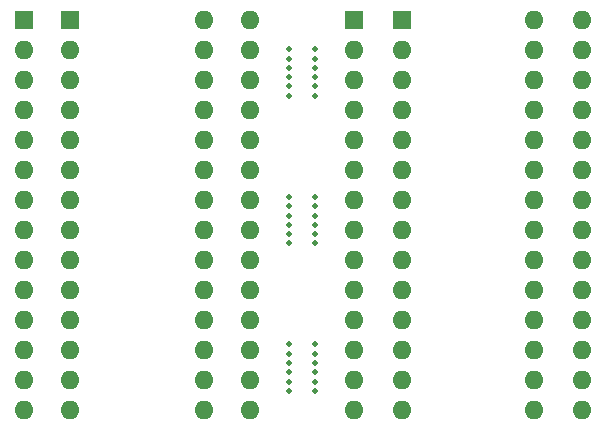
<source format=gbr>
%TF.GenerationSoftware,KiCad,Pcbnew,7.0.1*%
%TF.CreationDate,2023-07-22T01:46:55+03:00*%
%TF.ProjectId,kr556rt2,6b723535-3672-4743-922e-6b696361645f,rev?*%
%TF.SameCoordinates,Original*%
%TF.FileFunction,Soldermask,Bot*%
%TF.FilePolarity,Negative*%
%FSLAX46Y46*%
G04 Gerber Fmt 4.6, Leading zero omitted, Abs format (unit mm)*
G04 Created by KiCad (PCBNEW 7.0.1) date 2023-07-22 01:46:55*
%MOMM*%
%LPD*%
G01*
G04 APERTURE LIST*
%ADD10C,0.500000*%
%ADD11R,1.600000X1.600000*%
%ADD12O,1.600000X1.600000*%
G04 APERTURE END LIST*
D10*
%TO.C,mouse-bite-2.54mm-slot_13*%
X83887446Y-72545800D03*
X86087446Y-72545800D03*
X83887446Y-71745800D03*
X86087446Y-71745800D03*
X83887446Y-70945800D03*
X86087446Y-70945800D03*
%TD*%
%TO.C,mouse-bite-2.54mm-slot_13*%
X83887446Y-70192800D03*
X86087446Y-70192800D03*
X83887446Y-69392800D03*
X86087446Y-69392800D03*
X83887446Y-68592800D03*
X86087446Y-68592800D03*
%TD*%
D11*
%TO.C,U1*%
X61430693Y-41100050D03*
D12*
X61430693Y-43640050D03*
X61430693Y-46180050D03*
X61430693Y-48720050D03*
X61430693Y-51260050D03*
X61430693Y-53800050D03*
X61430693Y-56340050D03*
X61430693Y-58880050D03*
X61430693Y-61420050D03*
X61430693Y-63960050D03*
X61430693Y-66500050D03*
X61430693Y-69040050D03*
X61430693Y-71580050D03*
X61430693Y-74120050D03*
X76670693Y-74120050D03*
X76670693Y-71580050D03*
X76670693Y-69040050D03*
X76670693Y-66500050D03*
X76670693Y-63960050D03*
X76670693Y-61420050D03*
X76670693Y-58880050D03*
X76670693Y-56340050D03*
X76670693Y-53800050D03*
X76670693Y-51260050D03*
X76670693Y-48720050D03*
X76670693Y-46180050D03*
X76670693Y-43640050D03*
X76670693Y-41100050D03*
%TD*%
D11*
%TO.C,U2*%
X65316893Y-41135850D03*
D12*
X65316893Y-43675850D03*
X65316893Y-46215850D03*
X65316893Y-48755850D03*
X65316893Y-51295850D03*
X65316893Y-53835850D03*
X65316893Y-56375850D03*
X65316893Y-58915850D03*
X65316893Y-61455850D03*
X65316893Y-63995850D03*
X65316893Y-66535850D03*
X65316893Y-69075850D03*
X65316893Y-71615850D03*
X65316893Y-74155850D03*
X80556893Y-74155850D03*
X80556893Y-71615850D03*
X80556893Y-69075850D03*
X80556893Y-66535850D03*
X80556893Y-63995850D03*
X80556893Y-61455850D03*
X80556893Y-58915850D03*
X80556893Y-56375850D03*
X80556893Y-53835850D03*
X80556893Y-51295850D03*
X80556893Y-48755850D03*
X80556893Y-46215850D03*
X80556893Y-43675850D03*
X80556893Y-41135850D03*
%TD*%
D11*
%TO.C,U4*%
X93446600Y-41148000D03*
D12*
X93446600Y-43688000D03*
X93446600Y-46228000D03*
X93446600Y-48768000D03*
X93446600Y-51308000D03*
X93446600Y-53848000D03*
X93446600Y-56388000D03*
X93446600Y-58928000D03*
X93446600Y-61468000D03*
X93446600Y-64008000D03*
X93446600Y-66548000D03*
X93446600Y-69088000D03*
X93446600Y-71628000D03*
X93446600Y-74168000D03*
X108686600Y-74168000D03*
X108686600Y-71628000D03*
X108686600Y-69088000D03*
X108686600Y-66548000D03*
X108686600Y-64008000D03*
X108686600Y-61468000D03*
X108686600Y-58928000D03*
X108686600Y-56388000D03*
X108686600Y-53848000D03*
X108686600Y-51308000D03*
X108686600Y-48768000D03*
X108686600Y-46228000D03*
X108686600Y-43688000D03*
X108686600Y-41148000D03*
%TD*%
D10*
%TO.C,mouse-bite-2.54mm-slot_13*%
X83887446Y-60040900D03*
X86087446Y-60040900D03*
X83887446Y-59240900D03*
X86087446Y-59240900D03*
X83887446Y-58440900D03*
X86087446Y-58440900D03*
%TD*%
D11*
%TO.C,U3*%
X89408000Y-41146750D03*
D12*
X89408000Y-43686750D03*
X89408000Y-46226750D03*
X89408000Y-48766750D03*
X89408000Y-51306750D03*
X89408000Y-53846750D03*
X89408000Y-56386750D03*
X89408000Y-58926750D03*
X89408000Y-61466750D03*
X89408000Y-64006750D03*
X89408000Y-66546750D03*
X89408000Y-69086750D03*
X89408000Y-71626750D03*
X89408000Y-74166750D03*
X104648000Y-74166750D03*
X104648000Y-71626750D03*
X104648000Y-69086750D03*
X104648000Y-66546750D03*
X104648000Y-64006750D03*
X104648000Y-61466750D03*
X104648000Y-58926750D03*
X104648000Y-56386750D03*
X104648000Y-53846750D03*
X104648000Y-51306750D03*
X104648000Y-48766750D03*
X104648000Y-46226750D03*
X104648000Y-43686750D03*
X104648000Y-41146750D03*
%TD*%
D10*
%TO.C,mouse-bite-2.54mm-slot_13*%
X83887446Y-47536000D03*
X86087446Y-47536000D03*
X83887446Y-46736000D03*
X86087446Y-46736000D03*
X83887446Y-45936000D03*
X86087446Y-45936000D03*
%TD*%
%TO.C,mouse-bite-2.54mm-slot_13*%
X83887446Y-57687900D03*
X86087446Y-57687900D03*
X83887446Y-56887900D03*
X86087446Y-56887900D03*
X83887446Y-56087900D03*
X86087446Y-56087900D03*
%TD*%
%TO.C,mouse-bite-2.54mm-slot_13*%
X83887446Y-45183000D03*
X86087446Y-45183000D03*
X83887446Y-44383000D03*
X86087446Y-44383000D03*
X83887446Y-43583000D03*
X86087446Y-43583000D03*
%TD*%
M02*

</source>
